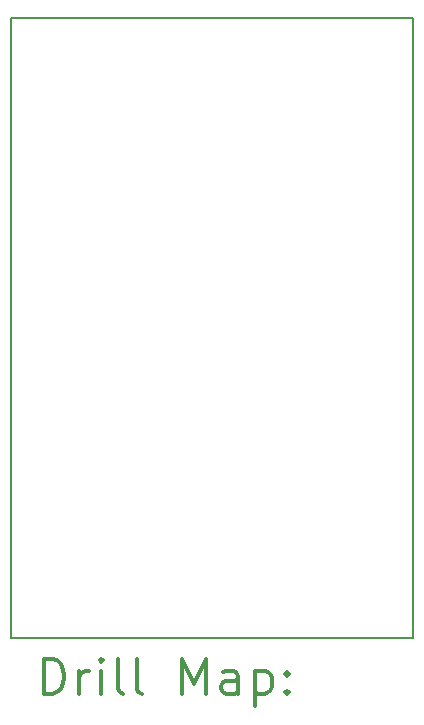
<source format=gbr>
%FSLAX45Y45*%
G04 Gerber Fmt 4.5, Leading zero omitted, Abs format (unit mm)*
G04 Created by KiCad (PCBNEW (5.1.0)-1) date 2019-05-26 23:57:45*
%MOMM*%
%LPD*%
G04 APERTURE LIST*
%ADD10C,0.150000*%
%ADD11C,0.200000*%
%ADD12C,0.300000*%
G04 APERTURE END LIST*
D10*
X13148300Y-13276360D02*
X16551920Y-13276360D01*
X16551920Y-13276360D02*
X16551920Y-8024360D01*
X16551920Y-8024360D02*
X13148300Y-8024360D01*
X13148300Y-8024360D02*
X13148300Y-13276360D01*
D11*
D12*
X13427228Y-13749574D02*
X13427228Y-13449574D01*
X13498657Y-13449574D01*
X13541514Y-13463860D01*
X13570086Y-13492431D01*
X13584371Y-13521003D01*
X13598657Y-13578146D01*
X13598657Y-13621003D01*
X13584371Y-13678146D01*
X13570086Y-13706717D01*
X13541514Y-13735289D01*
X13498657Y-13749574D01*
X13427228Y-13749574D01*
X13727228Y-13749574D02*
X13727228Y-13549574D01*
X13727228Y-13606717D02*
X13741514Y-13578146D01*
X13755800Y-13563860D01*
X13784371Y-13549574D01*
X13812943Y-13549574D01*
X13912943Y-13749574D02*
X13912943Y-13549574D01*
X13912943Y-13449574D02*
X13898657Y-13463860D01*
X13912943Y-13478146D01*
X13927228Y-13463860D01*
X13912943Y-13449574D01*
X13912943Y-13478146D01*
X14098657Y-13749574D02*
X14070086Y-13735289D01*
X14055800Y-13706717D01*
X14055800Y-13449574D01*
X14255800Y-13749574D02*
X14227228Y-13735289D01*
X14212943Y-13706717D01*
X14212943Y-13449574D01*
X14598657Y-13749574D02*
X14598657Y-13449574D01*
X14698657Y-13663860D01*
X14798657Y-13449574D01*
X14798657Y-13749574D01*
X15070086Y-13749574D02*
X15070086Y-13592431D01*
X15055800Y-13563860D01*
X15027228Y-13549574D01*
X14970086Y-13549574D01*
X14941514Y-13563860D01*
X15070086Y-13735289D02*
X15041514Y-13749574D01*
X14970086Y-13749574D01*
X14941514Y-13735289D01*
X14927228Y-13706717D01*
X14927228Y-13678146D01*
X14941514Y-13649574D01*
X14970086Y-13635289D01*
X15041514Y-13635289D01*
X15070086Y-13621003D01*
X15212943Y-13549574D02*
X15212943Y-13849574D01*
X15212943Y-13563860D02*
X15241514Y-13549574D01*
X15298657Y-13549574D01*
X15327228Y-13563860D01*
X15341514Y-13578146D01*
X15355800Y-13606717D01*
X15355800Y-13692431D01*
X15341514Y-13721003D01*
X15327228Y-13735289D01*
X15298657Y-13749574D01*
X15241514Y-13749574D01*
X15212943Y-13735289D01*
X15484371Y-13721003D02*
X15498657Y-13735289D01*
X15484371Y-13749574D01*
X15470086Y-13735289D01*
X15484371Y-13721003D01*
X15484371Y-13749574D01*
X15484371Y-13563860D02*
X15498657Y-13578146D01*
X15484371Y-13592431D01*
X15470086Y-13578146D01*
X15484371Y-13563860D01*
X15484371Y-13592431D01*
M02*

</source>
